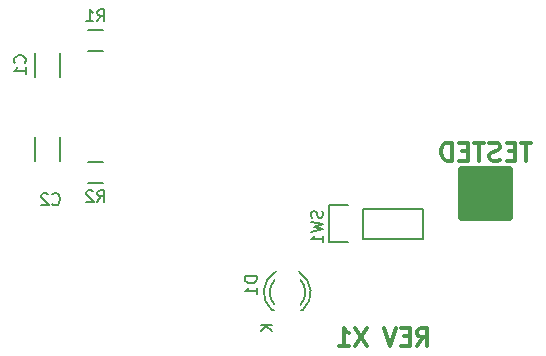
<source format=gbo>
G04 #@! TF.FileFunction,Legend,Bot*
%FSLAX46Y46*%
G04 Gerber Fmt 4.6, Leading zero omitted, Abs format (unit mm)*
G04 Created by KiCad (PCBNEW 4.0.1-stable) date 11/25/2016 8:33:30 PM*
%MOMM*%
G01*
G04 APERTURE LIST*
%ADD10C,0.150000*%
%ADD11C,0.300000*%
%ADD12C,0.650000*%
%ADD13C,0.304800*%
G04 APERTURE END LIST*
D10*
D11*
X33344570Y-35222571D02*
X33844570Y-34508286D01*
X34201713Y-35222571D02*
X34201713Y-33722571D01*
X33630285Y-33722571D01*
X33487427Y-33794000D01*
X33415999Y-33865429D01*
X33344570Y-34008286D01*
X33344570Y-34222571D01*
X33415999Y-34365429D01*
X33487427Y-34436857D01*
X33630285Y-34508286D01*
X34201713Y-34508286D01*
X32701713Y-34436857D02*
X32201713Y-34436857D01*
X31987427Y-35222571D02*
X32701713Y-35222571D01*
X32701713Y-33722571D01*
X31987427Y-33722571D01*
X31558856Y-33722571D02*
X31058856Y-35222571D01*
X30558856Y-33722571D01*
X29058856Y-33722571D02*
X28058856Y-35222571D01*
X28058856Y-33722571D02*
X29058856Y-35222571D01*
X26701714Y-35222571D02*
X27558857Y-35222571D01*
X27130285Y-35222571D02*
X27130285Y-33722571D01*
X27273142Y-33936857D01*
X27416000Y-34079714D01*
X27558857Y-34151143D01*
D10*
X3107000Y-12430000D02*
X3107000Y-10430000D01*
X957000Y-10430000D02*
X957000Y-12430000D01*
X957000Y-17542000D02*
X957000Y-19542000D01*
X3107000Y-19542000D02*
X3107000Y-17542000D01*
X5496000Y-10273000D02*
X6696000Y-10273000D01*
X6696000Y-8523000D02*
X5496000Y-8523000D01*
X5496000Y-21449000D02*
X6696000Y-21449000D01*
X6696000Y-19699000D02*
X5496000Y-19699000D01*
D12*
X37116000Y-20352000D02*
X41116000Y-20352000D01*
X41116000Y-20352000D02*
X41116000Y-24352000D01*
X41116000Y-24352000D02*
X37116000Y-24352000D01*
X37116000Y-24352000D02*
X37116000Y-20352000D01*
X37116000Y-20352000D02*
X37116000Y-20852000D01*
X37116000Y-20852000D02*
X41116000Y-20852000D01*
X41116000Y-20852000D02*
X41116000Y-21352000D01*
X41116000Y-21352000D02*
X37116000Y-21352000D01*
X37116000Y-21352000D02*
X37116000Y-21852000D01*
X37116000Y-21852000D02*
X41116000Y-21852000D01*
X41116000Y-21852000D02*
X41116000Y-22352000D01*
X41116000Y-22352000D02*
X37116000Y-22352000D01*
X37116000Y-22352000D02*
X37116000Y-22852000D01*
X37116000Y-22852000D02*
X40616000Y-22852000D01*
X40616000Y-22852000D02*
X41116000Y-22852000D01*
X41116000Y-22852000D02*
X41116000Y-23352000D01*
X41116000Y-23352000D02*
X37116000Y-23352000D01*
X37116000Y-23352000D02*
X37116000Y-23852000D01*
X37116000Y-23852000D02*
X41116000Y-23852000D01*
D10*
X21038000Y-32203000D02*
X21238000Y-32203000D01*
X23632000Y-32203000D02*
X23452000Y-32203000D01*
X23321643Y-28975256D02*
G75*
G02X23638000Y-32203000I-1003643J-1727744D01*
G01*
X23451068Y-29650994D02*
G75*
G02X23452000Y-31754000I-1133068J-1052006D01*
G01*
X21011274Y-32190220D02*
G75*
G02X21358000Y-28953000I1306726J1497220D01*
G01*
X21238747Y-31716889D02*
G75*
G02X21258000Y-29669000I1079253J1013889D01*
G01*
X28702000Y-23622000D02*
X33782000Y-23622000D01*
X33782000Y-23622000D02*
X33782000Y-26162000D01*
X33782000Y-26162000D02*
X28702000Y-26162000D01*
X25882000Y-26442000D02*
X27432000Y-26442000D01*
X28702000Y-26162000D02*
X28702000Y-23622000D01*
X27432000Y-23342000D02*
X25882000Y-23342000D01*
X25882000Y-23342000D02*
X25882000Y-26442000D01*
X89143Y-11263334D02*
X136762Y-11215715D01*
X184381Y-11072858D01*
X184381Y-10977620D01*
X136762Y-10834762D01*
X41524Y-10739524D01*
X-53714Y-10691905D01*
X-244190Y-10644286D01*
X-387048Y-10644286D01*
X-577524Y-10691905D01*
X-672762Y-10739524D01*
X-768000Y-10834762D01*
X-815619Y-10977620D01*
X-815619Y-11072858D01*
X-768000Y-11215715D01*
X-720381Y-11263334D01*
X184381Y-12215715D02*
X184381Y-11644286D01*
X184381Y-11930000D02*
X-815619Y-11930000D01*
X-672762Y-11834762D01*
X-577524Y-11739524D01*
X-529905Y-11644286D01*
X2452666Y-23217143D02*
X2500285Y-23264762D01*
X2643142Y-23312381D01*
X2738380Y-23312381D01*
X2881238Y-23264762D01*
X2976476Y-23169524D01*
X3024095Y-23074286D01*
X3071714Y-22883810D01*
X3071714Y-22740952D01*
X3024095Y-22550476D01*
X2976476Y-22455238D01*
X2881238Y-22360000D01*
X2738380Y-22312381D01*
X2643142Y-22312381D01*
X2500285Y-22360000D01*
X2452666Y-22407619D01*
X2071714Y-22407619D02*
X2024095Y-22360000D01*
X1928857Y-22312381D01*
X1690761Y-22312381D01*
X1595523Y-22360000D01*
X1547904Y-22407619D01*
X1500285Y-22502857D01*
X1500285Y-22598095D01*
X1547904Y-22740952D01*
X2119333Y-23312381D01*
X1500285Y-23312381D01*
X6262666Y-7750381D02*
X6596000Y-7274190D01*
X6834095Y-7750381D02*
X6834095Y-6750381D01*
X6453142Y-6750381D01*
X6357904Y-6798000D01*
X6310285Y-6845619D01*
X6262666Y-6940857D01*
X6262666Y-7083714D01*
X6310285Y-7178952D01*
X6357904Y-7226571D01*
X6453142Y-7274190D01*
X6834095Y-7274190D01*
X5310285Y-7750381D02*
X5881714Y-7750381D01*
X5596000Y-7750381D02*
X5596000Y-6750381D01*
X5691238Y-6893238D01*
X5786476Y-6988476D01*
X5881714Y-7036095D01*
X6262666Y-23058381D02*
X6596000Y-22582190D01*
X6834095Y-23058381D02*
X6834095Y-22058381D01*
X6453142Y-22058381D01*
X6357904Y-22106000D01*
X6310285Y-22153619D01*
X6262666Y-22248857D01*
X6262666Y-22391714D01*
X6310285Y-22486952D01*
X6357904Y-22534571D01*
X6453142Y-22582190D01*
X6834095Y-22582190D01*
X5881714Y-22153619D02*
X5834095Y-22106000D01*
X5738857Y-22058381D01*
X5500761Y-22058381D01*
X5405523Y-22106000D01*
X5357904Y-22153619D01*
X5310285Y-22248857D01*
X5310285Y-22344095D01*
X5357904Y-22486952D01*
X5929333Y-23058381D01*
X5310285Y-23058381D01*
D13*
X42998571Y-18017429D02*
X42127714Y-18017429D01*
X42563143Y-19541429D02*
X42563143Y-18017429D01*
X41619714Y-18743143D02*
X41111714Y-18743143D01*
X40894000Y-19541429D02*
X41619714Y-19541429D01*
X41619714Y-18017429D01*
X40894000Y-18017429D01*
X40313428Y-19468857D02*
X40095714Y-19541429D01*
X39732857Y-19541429D01*
X39587714Y-19468857D01*
X39515143Y-19396286D01*
X39442571Y-19251143D01*
X39442571Y-19106000D01*
X39515143Y-18960857D01*
X39587714Y-18888286D01*
X39732857Y-18815714D01*
X40023143Y-18743143D01*
X40168285Y-18670571D01*
X40240857Y-18598000D01*
X40313428Y-18452857D01*
X40313428Y-18307714D01*
X40240857Y-18162571D01*
X40168285Y-18090000D01*
X40023143Y-18017429D01*
X39660285Y-18017429D01*
X39442571Y-18090000D01*
X39007142Y-18017429D02*
X38136285Y-18017429D01*
X38571714Y-19541429D02*
X38571714Y-18017429D01*
X37628285Y-18743143D02*
X37120285Y-18743143D01*
X36902571Y-19541429D02*
X37628285Y-19541429D01*
X37628285Y-18017429D01*
X36902571Y-18017429D01*
X36249428Y-19541429D02*
X36249428Y-18017429D01*
X35886571Y-18017429D01*
X35668856Y-18090000D01*
X35523714Y-18235143D01*
X35451142Y-18380286D01*
X35378571Y-18670571D01*
X35378571Y-18888286D01*
X35451142Y-19178571D01*
X35523714Y-19323714D01*
X35668856Y-19468857D01*
X35886571Y-19541429D01*
X36249428Y-19541429D01*
D10*
X19744381Y-29355905D02*
X18744381Y-29355905D01*
X18744381Y-29594000D01*
X18792000Y-29736858D01*
X18887238Y-29832096D01*
X18982476Y-29879715D01*
X19172952Y-29927334D01*
X19315810Y-29927334D01*
X19506286Y-29879715D01*
X19601524Y-29832096D01*
X19696762Y-29736858D01*
X19744381Y-29594000D01*
X19744381Y-29355905D01*
X19744381Y-30879715D02*
X19744381Y-30308286D01*
X19744381Y-30594000D02*
X18744381Y-30594000D01*
X18887238Y-30498762D01*
X18982476Y-30403524D01*
X19030095Y-30308286D01*
X21064381Y-33432095D02*
X20064381Y-33432095D01*
X21064381Y-34003524D02*
X20492952Y-33574952D01*
X20064381Y-34003524D02*
X20635810Y-33432095D01*
X25296762Y-23812667D02*
X25344381Y-23955524D01*
X25344381Y-24193620D01*
X25296762Y-24288858D01*
X25249143Y-24336477D01*
X25153905Y-24384096D01*
X25058667Y-24384096D01*
X24963429Y-24336477D01*
X24915810Y-24288858D01*
X24868190Y-24193620D01*
X24820571Y-24003143D01*
X24772952Y-23907905D01*
X24725333Y-23860286D01*
X24630095Y-23812667D01*
X24534857Y-23812667D01*
X24439619Y-23860286D01*
X24392000Y-23907905D01*
X24344381Y-24003143D01*
X24344381Y-24241239D01*
X24392000Y-24384096D01*
X24344381Y-24717429D02*
X25344381Y-24955524D01*
X24630095Y-25146001D01*
X25344381Y-25336477D01*
X24344381Y-25574572D01*
X25344381Y-26479334D02*
X25344381Y-25907905D01*
X25344381Y-26193619D02*
X24344381Y-26193619D01*
X24487238Y-26098381D01*
X24582476Y-26003143D01*
X24630095Y-25907905D01*
M02*

</source>
